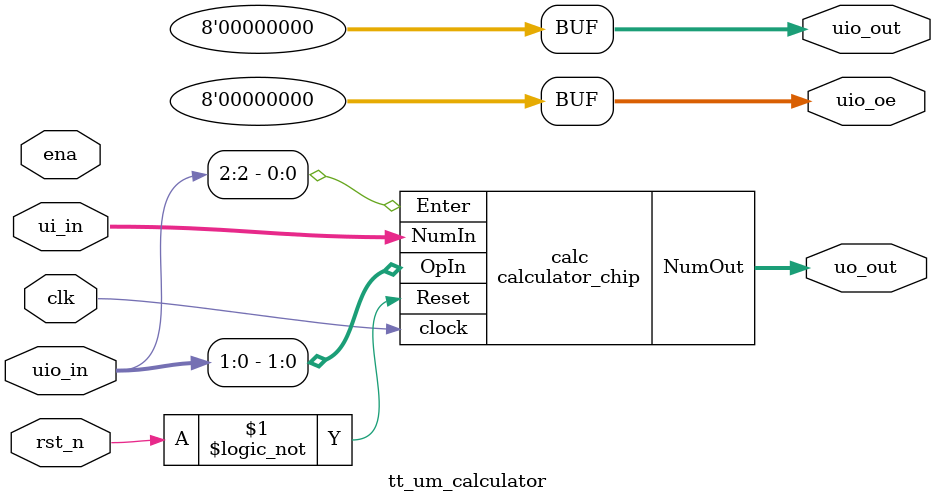
<source format=sv>
typedef enum logic [1:0] {ADD, SUB, OR, EQ} Op;

module calculator_chip (
    output logic [7:0] NumOut,
    input logic [7:0] NumIn,
    input logic [1:0] OpIn,
    input logic Enter,
    input logic Reset,

    input logic clock
);

    logic [7:0] state;
    logic [7:0] nextState;
    logic       EnterOld;
    
    assign NumOut = state;

    always_comb begin
        case (OpIn)
            ADD : nextState = state + NumIn;
            SUB : nextState = state - NumIn;
            OR  : nextState = state | NumIn;
            EQ  : nextState = (state == NumIn) ? 8'd1 : 8'd0; 
        endcase
    end

    // async reset
    always_ff @(posedge clock, posedge Reset) begin
        if (Reset) begin
            EnterOld <= 0;
            state <= 8'd0;
        end
        else begin
            if (Enter && !EnterOld) begin
                state <= nextState;
            end
            EnterOld <= Enter;
        end
    end

endmodule

module tt_um_calculator (
    input  logic [7:0] ui_in,    // Dedicated inputs - connected to the input switches
    output logic [7:0] uo_out,   // Dedicated outputs - connected to the 7 segment display
    input  logic [7:0] uio_in,   // IOs: Bidirectional Input path
    output logic [7:0] uio_out,  // IOs: Bidirectional Output path
    output logic [7:0] uio_oe,   // IOs: Bidirectional Enable path (active high: 0=input, 1=output)
    input  logic       ena,      // will go high when the design is enabled
    input  logic       clk,      // clock
    input  logic       rst_n     // reset_n - low to reset
);

    assign uio_oe = 8'd0;
    assign uio_out = 8'd0;

    calculator_chip calc (
        .NumOut(uo_out),
        .NumIn(ui_in),
        .OpIn(uio_in[1:0]),
        .Enter(uio_in[2]),
        .Reset(!rst_n),
        .clock(clk)
    );

endmodule : tt_um_calculator

</source>
